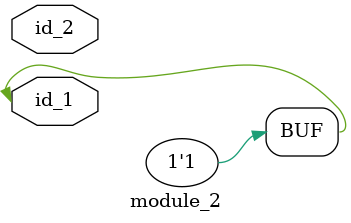
<source format=v>
module module_0 ();
  wire id_2;
  wire id_3;
endmodule
module module_1 (
    id_1,
    id_2,
    id_3,
    id_4,
    id_5,
    id_6,
    id_7,
    id_8,
    id_9
);
  input wire id_9;
  input wire id_8;
  inout wire id_7;
  inout wire id_6;
  inout wire id_5;
  inout wire id_4;
  inout wire id_3;
  inout wire id_2;
  output wire id_1;
  wire id_10;
  module_0 modCall_1 ();
endmodule
module module_2 (
    id_1,
    id_2
);
  inout wire id_2;
  inout wire id_1;
  not primCall (id_1, id_2);
  module_0 modCall_1 ();
  assign id_1 = id_1;
  wire id_3;
  assign id_1 = 1;
endmodule

</source>
